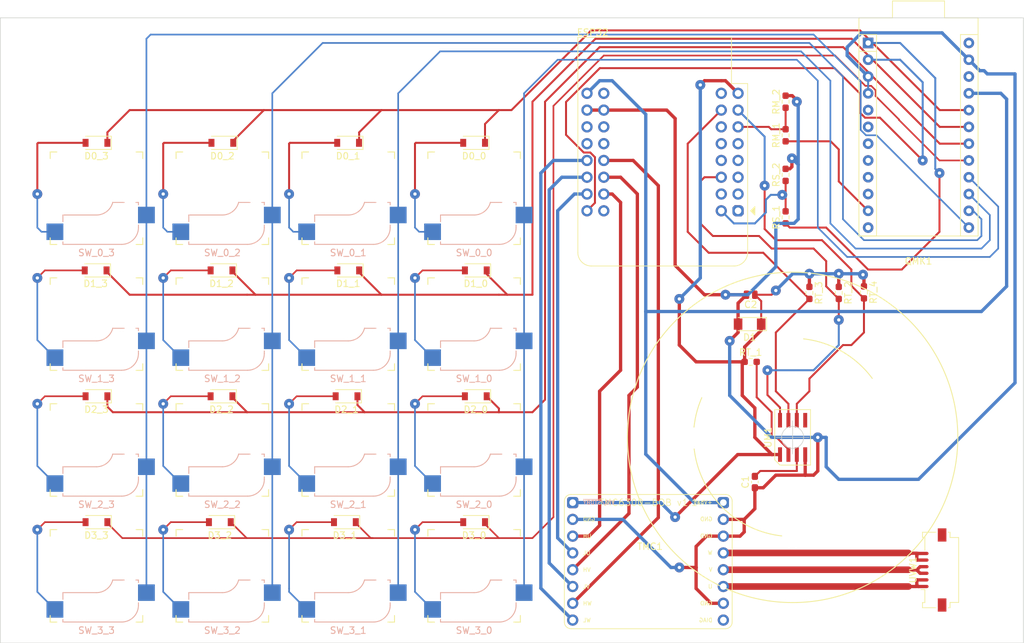
<source format=kicad_pcb>
(kicad_pcb (version 20211014) (generator pcbnew)
  (layers (0 "F.Cu" signal) (31 "B.Cu" signal) (34 "B.Paste" user) (35 "F.Paste" user) (36 "B.SilkS" user "B.Silkscreen") (37 "F.SilkS" user "F.Silkscreen") (38 "B.Mask" user) (39 "F.Mask" user) (44 "Edge.Cuts" user))
  (net 0 "")
  (net 1 "GND")
  (net 2 "Net-(C1-Pad2)")
  (net 3 "+3V3")
  (net 4 "/Row 1")
  (net 5 "Net-(D0_0-Pad2)")
  (net 6 "Net-(D0_1-Pad2)")
  (net 7 "Net-(D0_2-Pad2)")
  (net 8 "Net-(D0_3-Pad2)")
  (net 9 "/Row 2")
  (net 10 "Net-(D1_0-Pad2)")
  (net 11 "Net-(D1_1-Pad2)")
  (net 12 "Net-(D1_2-Pad2)")
  (net 13 "Net-(D1_3-Pad2)")
  (net 14 "/Row 3")
  (net 15 "Net-(D2_0-Pad2)")
  (net 16 "Net-(D2_1-Pad2)")
  (net 17 "Net-(D2_2-Pad2)")
  (net 18 "Net-(D2_3-Pad2)")
  (net 19 "/Row 4")
  (net 20 "Net-(D3_0-Pad2)")
  (net 21 "Net-(D3_1-Pad2)")
  (net 22 "Net-(D3_2-Pad2)")
  (net 23 "Net-(D3_3-Pad2)")
  (net 29 "Net-(ESP32-Pad6)")
  (net 30 "SDA")
  (net 31 "+5V")
  (net 34 "/WL_In")
  (net 35 "/VL_In")
  (net 36 "/UL_In")
  (net 37 "Net-(ESP32-Pad16)")
  (net 38 "Net-(ESP32-Pad17)")
  (net 40 "CSn")
  (net 44 "SCL")
  (net 49 "/WH_In")
  (net 50 "/VH_In")
  (net 51 "/UH_In")
  (net 53 "/Col 4")
  (net 54 "/Col 3")
  (net 55 "/Col 2")
  (net 56 "Net-(QMK1-Pad1)")
  (net 57 "/Col 1")
  (net 66 "Net-(QMK1-Pad11)")
  (net 68 "Net-(RT_1-Pad2)")
  (net 70 "/W_Out")
  (net 71 "/V_Out")
  (net 72 "/U_Out")
  (footprint "Diode_SMD:D_SOD-123" (layer "F.Cu") (at 116.507 91.821 180)
    (fp_text reference "D1_1")
    (fp_text value "1N4148")
  )
  (footprint "Resistor_SMD:R_0603_1608Metric_Pad0.98x0.95mm_HandSolder" (layer "F.Cu") (at 182.696075 77.3665 90)
    (fp_text reference "RS_2")
    (fp_text value "10k")
  )
  (footprint "MountingHole:MountingHole_3.2mm_M3" (layer "F.Cu") (at 215.2396 57.0484)
    (fp_text reference "MHole_3" hide)
    (fp_text value "M3")
  )
  (footprint "Capacitor_SMD:C_0603_1608Metric_Pad1.08x0.95mm_HandSolder" (layer "F.Cu") (at 178.04 123.8515 90)
    (fp_text reference "C1")
    (fp_text value "100nF")
  )
  (footprint "Diode_SMD:D_SOD-123" (layer "F.Cu") (at 135.809 110.871 180)
    (fp_text reference "D2_0")
    (fp_text value "1N4148")
  )
  (footprint "MountingHole:MountingHole_3.2mm_M3" (layer "F.Cu") (at 175.255035 117.09246)
    (fp_text reference "2208_4" hide)
    (fp_text value "M3")
  )
  (footprint "MountingHole:MountingHole_3.2mm_M3" (layer "F.Cu") (at 170.761963 109.596457)
    (fp_text reference "E6B2_1" hide)
    (fp_text value "M3")
  )
  (footprint "Resistor_SMD:R_0603_1608Metric_Pad0.98x0.95mm_HandSolder" (layer "F.Cu") (at 194.55 95.1465 -90)
    (fp_text reference "RT_4")
    (fp_text value "4k7")
  )
  (footprint "Diode_SMD:D_SOD-123" (layer "F.Cu") (at 116.4854 72.517 180)
    (fp_text reference "D0_1")
    (fp_text value "1N4148")
  )
  (footprint "Kailh Hotswap:Kailh_socket_MX" (layer "F.Cu") (at 135.555 80.899 180)
    (fp_text reference "SW_0_0")
    (fp_text value "SW_SPST")
  )
  (footprint "Capacitor_SMD:C_0504_1310Metric_Pad0.83x1.28mm_HandSolder" (layer "F.Cu") (at 177.405 95.504 180)
    (fp_text reference "C2")
    (fp_text value "1uF")
  )
  (footprint "Diode_SMD:D_SOD-123" (layer "F.Cu") (at 135.811 91.821 180)
    (fp_text reference "D1_0")
    (fp_text value "1N4148")
  )
  (footprint "Kailh Hotswap:Kailh_socket_MX" (layer "F.Cu") (at 116.505 118.999 180)
    (fp_text reference "SW_2_1")
    (fp_text value "SW_SPST")
  )
  (footprint "MountingHole:MountingHole_3.2mm_M3" (layer "F.Cu") (at 67.31 57.0484)
    (fp_text reference "MHole_1" hide)
    (fp_text value "M3")
  )
  (footprint "MountingHole:MountingHole_3.2mm_M3" (layer "F.Cu") (at 215.265 144.78)
    (fp_text reference "MHole_6" hide)
    (fp_text value "M3")
  )
  (footprint "MT6701:SOIC-8" (layer "F.Cu") (at 183.755035 117.09246)
    (fp_text reference "UM1")
    (fp_text value "MT6701")
  )
  (footprint "Kailh Hotswap:Kailh_socket_MX" (layer "F.Cu") (at 135.555 99.949 180)
    (fp_text reference "SW_1_0")
    (fp_text value "SW_SPST")
  )
  (footprint "Diode_SMD:D_SOD-123" (layer "F.Cu") (at 97.329 91.821 180)
    (fp_text reference "D1_2")
    (fp_text value "1N4148")
  )
  (footprint "Diode_SMD:D_SOD-123" (layer "F.Cu") (at 78.405 110.871 180)
    (fp_text reference "D2_3")
    (fp_text value "1N4148")
  )
  (footprint "Kailh Hotswap:Kailh_socket_MX" (layer "F.Cu") (at 135.555 138.049 180)
    (fp_text reference "SW_3_0")
    (fp_text value "SW_SPST")
  )
  (footprint "Kailh Hotswap:Kailh_socket_MX" (layer "F.Cu") (at 78.405 99.949 180)
    (fp_text reference "SW_1_3")
    (fp_text value "SW_SPST")
  )
  (footprint "Kailh Hotswap:Kailh_socket_MX" (layer "F.Cu") (at 97.455 99.949 180)
    (fp_text reference "SW_1_2")
    (fp_text value "SW_SPST")
  )
  (footprint "MountingHole:MountingHole_3.2mm_M3" (layer "F.Cu") (at 193.255035 117.09246)
    (fp_text reference "2208_2" hide)
    (fp_text value "M3")
  )
  (footprint "Resistor_SMD:R_0603_1608Metric_Pad0.98x0.95mm_HandSolder" (layer "F.Cu") (at 190.74 95.2265 -90)
    (fp_text reference "RT_2")
    (fp_text value "100k")
  )
  (footprint "MountingHole:MountingHole_3.2mm_M3" (layer "F.Cu") (at 183.755035 129.59246)
    (fp_text reference "3508_3" hide)
    (fp_text value "M3")
  )
  (footprint "MountingHole:MountingHole_3.2mm_M3" (layer "F.Cu") (at 168.755035 117.19246)
    (fp_text reference "6010_4" hide)
    (fp_text value "M3")
  )
  (footprint "Diode_SMD:D_MiniMELF" (layer "F.Cu") (at 177.25 99.949 180)
    (fp_text reference "D1")
    (fp_text value "ZMDxx")
  )
  (footprint "TMC6300_BOB:TMC6300_BOB" (layer "F.Cu") (at 162.165 136.144)
    (fp_text reference "TMC1")
    (fp_text value "TMC6300_BOB")
  )
  (footprint "Resistor_SMD:R_0603_1608Metric_Pad0.98x0.95mm_HandSolder" (layer "F.Cu") (at 182.696075 71.374 90)
    (fp_text reference "RM_1")
    (fp_text value "10k")
  )
  (footprint "Kailh Hotswap:Kailh_socket_MX" (layer "F.Cu") (at 78.405 80.899 180)
    (fp_text reference "SW_0_3")
    (fp_text value "SW_SPST")
  )
  (footprint "MountingHole:MountingHole_3.2mm_M3" (layer "F.Cu") (at 183.755035 125.09246)
    (fp_text reference "2208_3" hide)
    (fp_text value "M3")
  )
  (footprint "Kailh Hotswap:Kailh_socket_MX" (layer "F.Cu") (at 97.455 138.049 180)
    (fp_text reference "SW_3_2")
    (fp_text value "SW_SPST")
  )
  (footprint "Wemos S2 Mini:WEMOS_S2_mini" (layer "F.Cu") (at 175.5 82.804 180)
    (fp_text reference "ESP32")
    (fp_text value "WeMos_S2_mini")
  )
  (footprint "Kailh Hotswap:Kailh_socket_MX" (layer "F.Cu") (at 116.505 80.899 180)
    (fp_text reference "SW_0_1")
    (fp_text value "SW_SPST")
  )
  (footprint "Resistor_SMD:R_0603_1608Metric_Pad0.98x0.95mm_HandSolder" (layer "F.Cu") (at 186.295 95.2265 -90)
    (fp_text reference "RT_3")
    (fp_text value "4k7")
  )
  (footprint "Arduino Pro Micro:Sparkfun_Pro_Micro" (layer "F.Cu") (at 210.425 85.344 180)
    (fp_text reference "QMK1")
    (fp_text value "Sparkfun_Pro_Micro")
  )
  (footprint "Resistor_SMD:R_0603_1608Metric_Pad0.98x0.95mm_HandSolder" (layer "F.Cu") (at 177.405 105.664)
    (fp_text reference "RT_1")
    (fp_text value "100k")
  )
  (footprint "Diode_SMD:D_SOD-123" (layer "F.Cu") (at 78.405 72.517 180)
    (fp_text reference "D0_3")
    (fp_text value "1N4148")
  )
  (footprint "Resistor_SMD:R_0603_1608Metric_Pad0.98x0.95mm_HandSolder" (layer "F.Cu") (at 182.696075 83.7965 90)
    (fp_text reference "RS_1")
    (fp_text value "10k")
  )
  (footprint "MountingHole:MountingHole_3.2mm_M3" (layer "F.Cu") (at 183.755035 109.09246)
    (fp_text reference "2208_1" hide)
    (fp_text value "M3")
  )
  (footprint "Diode_SMD:D_SOD-123" (layer "F.Cu") (at 115.997 129.921 180)
    (fp_text reference "D3_1")
    (fp_text value "1N4148")
  )
  (footprint "MountingHole:MountingHole_3.2mm_M3" (layer "F.Cu") (at 196.794328 109.504002)
    (fp_text reference "E6B2_2" hide)
    (fp_text value "M3")
  )
  (footprint "Kailh Hotswap:Kailh_socket_MX" (layer "F.Cu") (at 116.505 138.049 180)
    (fp_text reference "SW_3_1")
    (fp_text value "SW_SPST")
  )
  (footprint "MountingHole:MountingHole_3.2mm_M3" (layer "F.Cu") (at 198.755035 117.09246)
    (fp_text reference "6010_2" hide)
    (fp_text value "M3")
  )
  (footprint "Kailh Hotswap:Kailh_socket_MX" (layer "F.Cu") (at 116.505 99.949 180)
    (fp_text reference "SW_1_1")
    (fp_text value "SW_SPST")
  )
  (footprint "MountingHole:MountingHole_3.2mm_M3" (layer "F.Cu") (at 196.255035 117.09246)
    (fp_text reference "3508_2" hide)
    (fp_text value "M3")
  )
  (footprint "Diode_SMD:D_SOD-123" (layer "F.Cu") (at 116.251 110.871 180)
    (fp_text reference "D2_1")
    (fp_text value "1N4148")
  )
  (footprint "Connector_FFC-FPC:Molex_200528-0060_1x06-1MP_P1.00mm_Horizontal" (layer "F.Cu") (at 204.585 137.16 90)
    (fp_text reference "UVW1")
    (fp_text value "FPC-6P")
  )
  (footprint "Diode_SMD:D_SOD-123" (layer "F.Cu") (at 97.327 110.871 180)
    (fp_text reference "D2_2")
    (fp_text value "1N4148")
  )
  (footprint "Kailh Hotswap:Kailh_socket_MX" (layer "F.Cu") (at 97.455 118.999 180)
    (fp_text reference "SW_2_2")
    (fp_text value "SW_SPST")
  )
  (footprint "MountingHole:MountingHole_3.2mm_M3" (layer "F.Cu") (at 183.755035 102.09246)
    (fp_text reference "6010_1" hide)
    (fp_text value "M3")
  )
  (footprint "Kailh Hotswap:Kailh_socket_MX" (layer "F.Cu") (at 78.405 118.999 180)
    (fp_text reference "SW_2_3")
    (fp_text value "SW_SPST")
  )
  (footprint "MountingHole:MountingHole_3.2mm_M3" (layer "F.Cu") (at 183.755035 104.59246)
    (fp_text reference "3508_1" hide)
    (fp_text value "M3")
  )
  (footprint "MountingHole:MountingHole_3.2mm_M3" (layer "F.Cu") (at 183.755035 132.09246)
    (fp_text reference "6010_3" hide)
    (fp_text value "M3")
  )
  (footprint "Diode_SMD:D_SOD-123" (layer "F.Cu") (at 78.405 129.921 180)
    (fp_text reference "D3_3")
    (fp_text value "1N4148")
  )
  (footprint "Diode_SMD:D_SOD-123" (layer "F.Cu") (at 135.555 129.921 180)
    (fp_text reference "D3_0")
    (fp_text value "1N4148")
  )
  (footprint "Kailh Hotswap:Kailh_socket_MX" (layer "F.Cu") (at 97.455 80.899 180)
    (fp_text reference "SW_0_2")
    (fp_text value "SW_SPST")
  )
  (footprint "MountingHole:MountingHole_3.2mm_M3" (layer "F.Cu") (at 67.31 144.78)
    (fp_text reference "MHole_4" hide)
    (fp_text value "M3")
  )
  (footprint "Diode_SMD:D_SOD-123" (layer "F.Cu") (at 97.455 72.517 180)
    (fp_text reference "D0_2")
    (fp_text value "1N4148")
  )
  (footprint "Diode_SMD:D_SOD-123" (layer "F.Cu") (at 78.279 91.821 180)
    (fp_text reference "D1_3")
    (fp_text value "1N4148")
  )
  (footprint "Resistor_SMD:R_0603_1608Metric_Pad0.98x0.95mm_HandSolder" (layer "F.Cu") (at 182.696075 66.294 90)
    (fp_text reference "RM_2")
    (fp_text value "10k")
  )
  (footprint "MountingHole:MountingHole_3.2mm_M3" (layer "F.Cu") (at 171.255035 117.09246)
    (fp_text reference "3508_4" hide)
    (fp_text value "M3")
  )
  (footprint "Diode_SMD:D_SOD-123" (layer "F.Cu") (at 97.073 129.921 180)
    (fp_text reference "D3_2")
    (fp_text value "1N4148")
  )
  (footprint "Diode_SMD:D_SOD-123" (layer "F.Cu") (at 135.555 72.517 180)
    (fp_text reference "D0_0")
    (fp_text value "1N4148")
  )
  (footprint "Kailh Hotswap:Kailh_socket_MX" (layer "F.Cu") (at 78.405 138.049 180)
    (fp_text reference "SW_3_3")
    (fp_text value "SW_SPST")
  )
  (footprint "Kailh Hotswap:Kailh_socket_MX" (layer "F.Cu") (at 135.555 118.999 180)
    (fp_text reference "SW_2_0")
    (fp_text value "SW_SPST")
  )
  (gr_arc (start 183.75504 102.092383) (mid 191.257121 104.103204) (end 196.747824 109.596546) (layer "F.SilkS") (width 0.15))
  (gr_circle (center 183.75504 117.092383) (end 183.75504 92.092383) (layer "F.SilkS") (width 0.15) (fill none))
  (gr_arc (start 183.75504 132.092383) (mid 170.765861 124.594464) (end 170.762256 109.596546) (layer "F.SilkS") (width 0.15))
  (gr_rect (start 63.8556 53.594) (end 218.68 148.209) (layer "Edge.Cuts") (width 0.1) (fill none))
  (target plus (at 183.755035 117.09246) (size 5) (width 0.1) (layer "Edge.Cuts"))
  (segment (start 152.64 67.564) (end 155.18 67.564) (width 0.5) (layer "F.Cu") (net 1))
  (segment (start 178.04 124.714) (end 179.31 124.714) (width 0.5) (layer "F.Cu") (net 1))
  (segment (start 185.660035 122.808965) (end 185.660035 119.69246) (width 0.5) (layer "F.Cu") (net 1))
  (segment (start 169.15 139.954) (end 171.397107 142.201107) (width 0.5) (layer "F.Cu") (net 1))
  (segment (start 169.15 136.779) (end 166.61 136.779) (width 0.5) (layer "F.Cu") (net 1))
  (segment (start 183.331075 65.3815) (end 183.688575 65.3815) (width 0.5) (layer "F.Cu") (net 1))
  (segment (start 170.712893 132.041107) (end 169.15 133.604) (width 0.5) (layer "F.Cu") (net 1))
  (segment (start 165.975 91.059) (end 170.42 95.504) (width 0.5) (layer "F.Cu") (net 1))
  (segment (start 183.648575 76.1365) (end 183.331075 76.454) (width 0.5) (layer "F.Cu") (net 1))
  (segment (start 186.93 122.809) (end 185.66 122.809) (width 0.5) (layer "F.Cu") (net 1))
  (segment (start 183.648575 74.8665) (end 183.648575 76.1365) (width 0.5) (layer "F.Cu") (net 1))
  (segment (start 187.565 117.094) (end 187.565 122.174) (width 0.5) (layer "F.Cu") (net 1))
  (segment (start 175.792893 132.041107) (end 173.272107 132.041107) (width 0.5) (layer "F.Cu") (net 1))
  (segment (start 165.975 68.834) (end 165.975 91.059) (width 0.5) (layer "F.Cu") (net 1))
  (segment (start 183.688575 65.3815) (end 184.601075 66.294) (width 0.5) (layer "F.Cu") (net 1))
  (segment (start 175.5 99.949) (end 175.5 101.219) (width 0.5) (layer "F.Cu") (net 1))
  (segment (start 175.5 96.7815) (end 176.7775 95.504) (width 0.5) (layer "F.Cu") (net 1))
  (segment (start 169.15 133.604) (end 169.15 136.779) (width 0.5) (layer "F.Cu") (net 1))
  (segment (start 181.215 122.809) (end 185.66 122.809) (width 0.5) (layer "F.Cu") (net 1))
  (segment (start 179.31 124.714) (end 181.215 122.809) (width 0.5) (layer "F.Cu") (net 1))
  (segment (start 173.272107 132.041107) (end 170.712893 132.041107) (width 0.5) (layer "F.Cu") (net 1))
  (segment (start 169.15 136.779) (end 169.15 139.954) (width 0.5) (layer "F.Cu") (net 1))
  (segment (start 178.04 127.889) (end 176.427893 129.501107) (width 0.5) (layer "F.Cu") (net 1))
  (segment (start 176.427893 129.501107) (end 173.272107 129.501107) (width 0.5) (layer "F.Cu") (net 1))
  (segment (start 164.705 67.564) (end 155.18 67.564) (width 0.5) (layer "F.Cu") (net 1))
  (segment (start 164.705 67.564) (end 165.975 68.834) (width 0.5) (layer "F.Cu") (net 1))
  (segment (start 171.397107 142.201107) (end 173.272107 142.201107) (width 0.5) (layer "F.Cu") (net 1))
  (segment (start 175.5 101.219) (end 174.23 102.489) (width 0.5) (layer "F.Cu") (net 1))
  (segment (start 178.04 124.714) (end 178.04 127.889) (width 0.5) (layer "F.Cu") (net 1))
  (segment (start 185.66 122.809) (end 185.660035 122.808965) (width 0.5) (layer "F.Cu") (net 1))
  (segment (start 174.865 95.504) (end 173.595 95.504) (width 0.5) (layer "F.Cu") (net 1))
  (segment (start 187.565 122.174) (end 186.93 122.809) (width 0.5) (layer "F.Cu") (net 1))
  (segment (start 170.42 95.504) (end 174.865 95.504) (width 0.5) (layer "F.Cu") (net 1))
  (segment (start 176.427893 131.406107) (end 175.792893 132.041107) (width 0.5) (layer "F.Cu") (net 1))
  (segment (start 176.427893 129.501107) (end 176.427893 131.406107) (width 0.5) (layer "F.Cu") (net 1))
  (segment (start 175.5 99.949) (end 175.5 96.7815) (width 0.5) (layer "F.Cu") (net 1))
  (segment (start 176.7775 95.504) (end 174.865 95.504) (width 0.5) (layer "F.Cu") (net 1))
  (via (at 174.23 102.489) (size 1.5) (drill 0.5) (layers "F.Cu" "B.Cu") (net 1))
  (via (at 166.61 136.779) (size 1.5) (drill 0.5) (layers "F.Cu" "B.Cu") (net 1))
  (via (at 183.648575 74.8665) (size 1.5) (drill 0.5) (layers "F.Cu" "B.Cu") (net 1))
  (via (at 187.565 117.094) (size 1.5) (drill 0.5) (layers "F.Cu" "B.Cu") (net 1))
  (via (at 173.595 95.504) (size 1.5) (drill 0.5) (layers "F.Cu" "B.Cu") (net 1))
  (via (at 184.39 66.294) (size 1.5) (drill 0.5) (layers "F.Cu" "B.Cu") (net 1))
  (segment (start 192.01 58.039) (end 192.01 59.309) (width 0.5) (layer "B.Cu") (net 1))
  (segment (start 184.601075 84.074) (end 184.601075 75.819) (width 0.5) (layer "B.Cu") (net 1))
  (segment (start 213.219 62.089) (end 212.725 61.595) (width 0.5) (layer "B.Cu") (net 1))
  (segment (start 183.966075 84.709) (end 184.601075 84.074) (width 0.5) (layer "B.Cu") (net 1))
  (segment (start 174.23 102.489) (end 174.23 110.744) (width 0.5) (layer "B.Cu") (net 1))
  (segment (start 176.982849 95.504) (end 181.215 91.271849) (width 0.5) (layer "B.Cu") (net 1))
  (segment (start 212.725 61.595) (end 212.076 61.595) (width 0.5) (layer "B.Cu") (net 1))
  (segment (start 180.58 117.094) (end 187.565 117.094) (width 0.5) (layer "B.Cu") (net 1))
  (segment (start 192.01 59.309) (end 195.185 62.484) (width 0.5) (layer "B.Cu") (net 1))
  (segment (start 181.215 91.271849) (end 181.215 84.709) (width 0.5) (layer "B.Cu") (net 1))
  (segment (start 217.41 62.089) (end 213.219 62.089) (width 0.5) (layer "B.Cu") (net 1))
  (segment (start 181.003924 84.709) (end 183.966075 84.709) (width 0.5) (layer "B.Cu") (net 1))
  (segment (start 184.601075 75.819) (end 183.648575 74.8665) (width 0.5) (layer "B.Cu") (net 1))
  (segment (start 206.375 55.88) (end 194.169 55.88) (width 0.5) (layer "B.Cu") (net 1))
  (segment (start 210.425 59.944) (end 206.375 55.894) (width 0.5) (layer "B.Cu") (net 1))
  (segment (start 165.34 136.779) (end 166.61 136.779) (width 0.5) (layer "B.Cu") (net 1))
  (segment (start 188.835 117.094) (end 188.835 121.539) (width 0.5) (layer "B.Cu") (net 1))
  (segment (start 206.375 55.894) (end 206.375 55.88) (width 0.5) (layer "B.Cu") (net 1))
  (segment (start 212.076 61.595) (end 210.425 59.944) (width 0.5) (layer "B.Cu") (net 1))
  (segment (start 187.565 117.094) (end 188.835 117.094) (width 0.5) (layer "B.Cu") (net 1))
  (segment (start 195.185 65.024) (end 195.185 62.484) (width 0.3) (layer "B.Cu") (net 1))
  (segment (start 188.835 121.539) (end 190.74 123.444) (width 0.5) (layer "B.Cu") (net 1))
  (segment (start 202.805 123.444) (end 217.41 108.839) (width 0.5) (layer "B.Cu") (net 1))
  (segment (start 158.062107 129.501107) (end 165.34 136.779) (width 0.5) (layer "B.Cu") (net 1))
  (segment (start 173.595 95.504) (end 176.982849 95.504) (width 0.5) (layer "B.Cu") (net 1))
  (segment (start 194.169 55.88) (end 192.01 58.039) (width 0.5) (layer "B.Cu") (net 1))
  (segment (start 176.135 112.649) (end 180.58 117.094) (width 0.5) (layer "B.Cu") (net 1))
  (segment (start 184.601075 75.819) (end 184.601075 66.294) (width 0.5) (layer "B.Cu") (net 1))
  (segment (start 174.23 110.744) (end 176.135 112.649) (width 0.5) (layer "B.Cu") (net 1))
  (segment (start 190.74 123.444) (end 202.805 123.444) (width 0.5) (layer "B.Cu") (net 1))
  (segment (start 150.472107 129.501107) (end 158.062107 129.501107) (width 0.5) (layer "B.Cu") (net 1))
  (segment (start 217.41 108.839) (end 217.41 62.089) (width 0.5) (layer "B.Cu") (net 1))
  (segment (start 184.39 122.174) (end 184.390035 122.173965) (width 0.3) (layer "F.Cu") (net 2))
  (segment (start 178.855 122.174) (end 184.39 122.174) (width 0.3) (layer "F.Cu") (net 2))
  (segment (start 184.390035 122.173965) (end 184.390035 119.69246) (width 0.3) (layer "F.Cu") (net 2))
  (segment (start 178.04 122.989) (end 178.855 122.174) (width 0.3) (layer "F.Cu") (net 2))
  (segment (start 176.135 106.0215) (end 176.4925 105.664) (width 0.5) (layer "F.Cu") (net 3))
  (segment (start 178.0325 95.504) (end 179 96.4715) (width 0.3) (layer "F.Cu") (net 3))
  (segment (start 180.58 95.504) (end 181.215 94.869) (width 0.3) (layer "F.Cu") (net 3))
  (segment (start 179 96.4715) (end 179 99.949) (width 0.3) (layer "F.Cu") (net 3))
  (segment (start 176.135 110.744) (end 176.135 106.0215) (width 0.5) (layer "F.Cu") (net 3))
  (segment (start 176.4925 103.4015) (end 179 100.894) (width 0.5) (layer "F.Cu") (net 3))
  (segment (start 166.61 103.124) (end 169.15 105.664) (width 0.5) (layer "F.Cu") (net 3))
  (segment (start 169.15 105.664) (end 176.4925 105.664) (width 0.5) (layer "F.Cu") (net 3))
  (segment (start 186.295 94.314) (end 186.295 92.329) (width 0.5) (layer "F.Cu") (net 3))
  (segment (start 194.55 94.234) (end 194.55 92.613928) (width 0.5) (layer "F.Cu") (net 3))
  (segment (start 175.5 65.024) (end 173.595 63.119) (width 0.5) (layer "F.Cu") (net 3))
  (segment (start 175.44154 119.69246) (end 180.63846 119.69246) (width 0.5) (layer "F.Cu") (net 3))
  (segment (start 176.4925 105.664) (end 176.4925 103.4015) (width 0.5) (layer "F.Cu") (net 3))
  (segment (start 173.595 63.119) (end 172.96 63.119) (width 0.5) (layer "F.Cu") (net 3))
  (segment (start 178.0325 95.504) (end 180.58 95.504) (width 0.3) (layer "F.Cu") (net 3))
  (segment (start 194.55 92.613928) (end 194.407536 92.471464) (width 0.5) (layer "F.Cu") (net 3))
  (segment (start 172.96 63.119) (end 170.42 63.119) (width 0.5) (layer "F.Cu") (net 3))
  (segment (start 170.42 63.119) (end 169.785 63.754) (width 0.5) (layer "F.Cu") (net 3))
  (segment (start 165.975 129.159) (end 175.44154 119.69246) (width 0.5) (layer "F.Cu") (net 3))
  (segment (start 178.04 117.094) (end 178.04 112.649) (width 0.5) (layer "F.Cu") (net 3))
  (segment (start 180.63846 119.69246) (end 178.04 117.094) (width 0.5) (layer "F.Cu") (net 3))
  (segment (start 190.74 94.314) (end 190.74 92.329) (width 0.5) (layer "F.Cu") (net 3))
  (segment (start 178.04 112.649) (end 176.135 110.744) (width 0.5) (layer "F.Cu") (net 3))
  (segment (start 179 100.894) (end 179 99.949) (width 0.5) (layer "F.Cu") (net 3))
  (segment (start 166.61 96.139) (end 166.61 103.124) (width 0.5) (layer "F.Cu") (net 3))
  (segment (start 181.850035 119.69246) (end 180.63846 119.69246) (width 0.5) (layer "F.Cu") (net 3))
  (via (at 166.61 96.139) (size 1.5) (drill 0.5) (layers "F.Cu" "B.Cu") (net 3))
  (via (at 190.74 92.329) (size 1.5) (drill 0.5) (layers "F.Cu" "B.Cu") (net 3))
  (via (at 194.407536 92.471464) (size 1.5) (drill 0.5) (layers "F.Cu" "B.Cu") (net 3))
  (via (at 165.975 129.159) (size 1.5) (drill 0.5) (layers "F.Cu" "B.Cu") (net 3))
  (via (at 186.295 92.329) (size 1.5) (drill 0.5) (layers "F.Cu" "B.Cu") (net 3))
  (via (at 181.215 94.869) (size 1.5) (drill 0.5) (layers "F.Cu" "B.Cu") (net 3))
  (via (at 169.785 63.754) (size 1.5) (drill 0.5) (layers "F.Cu" "B.Cu") (net 3))
  (segment (start 169.785 92.964) (end 166.61 96.139) (width 0.5) (layer "B.Cu") (net 3))
  (segment (start 194.407536 92.471464) (end 194.265072 92.329) (width 0.5) (layer "B.Cu") (net 3))
  (segment (start 150.472107 126.961107) (end 163.777107 126.961107) (width 0.5) (layer "B.Cu") (net 3))
  (segment (start 183.755 92.329) (end 181.215 94.869) (width 0.5) (layer "B.Cu") (net 3))
  (segment (start 186.295 92.329) (end 190.74 92.329) (width 0.5) (layer "B.Cu") (net 3))
  (segment (start 169.785 63.754) (end 169.785 92.964) (width 0.5) (layer "B.Cu") (net 3))
  (segment (start 194.265072 92.329) (end 190.74 92.329) (width 0.5) (layer "B.Cu") (net 3))
  (segment (start 186.295 92.329) (end 183.755 92.329) (width 0.5) (layer "B.Cu") (net 3))
  (segment (start 163.777107 126.961107) (end 165.975 129.159) (width 0.5) (layer "B.Cu") (net 3))
  (segment (start 141.21 67.564) (end 153.275 55.499) (width 0.3) (layer "F.Cu") (net 4))
  (segment (start 80.055 72.517) (end 80.055 70.934) (width 0.3) (layer "F.Cu") (net 4))
  (segment (start 206.019345 67.564) (end 210.425 67.564) (width 0.3) (layer "F.Cu") (net 4))
  (segment (start 153.275 55.499) (end 193.954345 55.499) (width 0.3) (layer "F.Cu") (net 4))
  (segment (start 121.525 67.564) (end 139.305 67.564) (width 0.3) (layer "F.Cu") (net 4))
  (segment (start 118.155 72.517) (end 118.155 70.934) (width 0.3) (layer "F.Cu") (net 4))
  (segment (start 139.305 67.564) (end 141.21 67.564) (width 0.3) (layer "F.Cu") (net 4))
  (segment (start 118.155 70.934) (end 121.525 67.564) (width 0.3) (layer "F.Cu") (net 4))
  (segment (start 99.105 72.204) (end 103.745 67.564) (width 0.3) (layer "F.Cu") (net 4))
  (segment (start 83.425 67.564) (end 103.745 67.564) (width 0.3) (layer "F.Cu") (net 4))
  (segment (start 103.745 67.564) (end 121.525 67.564) (width 0.3) (layer "F.Cu") (net 4))
  (segment (start 137.205 72.517) (end 137.205 69.664) (width 0.3) (layer "F.Cu") (net 4))
  (segment (start 80.055 70.934) (end 83.425 67.564) (width 0.3) (layer "F.Cu") (net 4))
  (segment (start 137.205 69.664) (end 139.305 67.564) (width 0.3) (layer "F.Cu") (net 4))
  (segment (start 193.954345 55.499) (end 206.019345 67.564) (width 0.3) (layer "F.Cu") (net 4))
  (segment (start 99.105 72.517) (end 99.105 72.204) (width 0.3) (layer "F.Cu") (net 4))
  (segment (start 126.605 72.644) (end 126.605 80.264) (width 0.3) (layer "F.Cu") (net 5))
  (segment (start 133.905 72.517) (end 126.732 72.517) (width 0.3) (layer "F.Cu") (net 5))
  (segment (start 126.732 72.517) (end 126.605 72.644) (width 0.3) (layer "F.Cu") (net 5))
  (via (at 126.605 80.264) (size 1.5) (drill 0.5) (layers "F.Cu" "B.Cu") (net 5))
  (segment (start 129.265 85.979) (end 127.24 85.979) (width 0.25) (layer "B.Cu") (net 5))
  (segment (start 126.605 85.344) (end 126.605 80.264) (width 0.25) (layer "B.Cu") (net 5))
  (segment (start 127.24 85.979) (end 126.605 85.344) (width 0.25) (layer "B.Cu") (net 5))
  (segment (start 114.855 72.517) (end 107.682 72.517) (width 0.3) (layer "F.Cu") (net 6))
  (segment (start 107.555 72.644) (end 107.555 80.264) (width 0.3) (layer "F.Cu") (net 6))
  (segment (start 107.682 72.517) (end 107.555 72.644) (width 0.3) (layer "F.Cu") (net 6))
  (via (at 107.555 80.264) (size 1.5) (drill 0.5) (layers "F.Cu" "B.Cu") (net 6))
  (segment (start 110.215 85.979) (end 108.19 85.979) (width 0.25) (layer "B.Cu") (net 6))
  (segment (start 108.19 85.979) (end 107.555 85.344) (width 0.25) (layer "B.Cu") (net 6))
  (segment (start 107.555 85.344) (end 107.555 80.264) (width 0.25) (layer "B.Cu") (net 6))
  (segment (start 88.632 72.517) (end 88.505 72.644) (width 0.3) (layer "F.Cu") (net 7))
  (segment (start 88.505 72.644) (end 88.505 80.264) (width 0.3) (layer "F.Cu") (net 7))
  (segment (start 95.805 72.517) (end 88.632 72.517) (width 0.3) (layer "F.Cu") (net 7))
  (via (at 88.505 80.264) (size 1.5) (drill 0.5) (layers "F.Cu" "B.Cu") (net 7))
  (segment (start 88.505 85.344) (end 88.505 80.264) (width 0.25) (layer "B.Cu") (net 7))
  (segment (start 89.14 85.979) (end 88.505 85.344) (width 0.25) (layer "B.Cu") (net 7))
  (segment (start 91.165 85.979) (end 89.14 85.979) (width 0.25) (layer "B.Cu") (net 7))
  (segment (start 69.455 72.644) (end 69.455 80.264) (width 0.3) (layer "F.Cu") (net 8))
  (segment (start 69.582 72.517) (end 69.455 72.644) (width 0.3) (layer "F.Cu") (net 8))
  (segment (start 76.755 72.517) (end 69.582 72.517) (width 0.3) (layer "F.Cu") (net 8))
  (via (at 69.455 80.264) (size 1.5) (drill 0.5) (layers "F.Cu" "B.Cu") (net 8))
  (segment (start 72.115 85.979) (end 70.09 85.979) (width 0.25) (layer "B.Cu") (net 8))
  (segment (start 70.09 85.979) (end 69.455 85.344) (width 0.25) (layer "B.Cu") (net 8))
  (segment (start 69.455 85.344) (end 69.455 80.264) (width 0.25) (layer "B.Cu") (net 8))
  (segment (start 192.684345 56.769) (end 206.019345 70.104) (width 0.3) (layer "F.Cu") (net 9))
  (segment (start 83.425 95.504) (end 101.205 95.504) (width 0.3) (layer "F.Cu") (net 9))
  (segment (start 140.575 95.504) (end 144.385 95.504) (width 0.3) (layer "F.Cu") (net 9))
  (segment (start 153.91 56.769) (end 192.684345 56.769) (width 0.3) (layer "F.Cu") (net 9))
  (segment (start 137.461 91.821) (end 137.461 92.39) (width 0.3) (layer "F.Cu") (net 9))
  (segment (start 101.205 95.504) (end 102.475 95.504) (width 0.3) (layer "F.Cu") (net 9))
  (segment (start 98.979 92.008) (end 102.475 95.504) (width 0.3) (layer "F.Cu") (net 9))
  (segment (start 137.461 92.39) (end 140.575 95.504) (width 0.3) (layer "F.Cu") (net 9))
  (segment (start 102.475 95.504) (end 121.525 95.504) (width 0.3) (layer "F.Cu") (net 9))
  (segment (start 118.157 92.136) (end 121.525 95.504) (width 0.3) (layer "F.Cu") (net 9))
  (segment (start 144.385 66.294) (end 153.91 56.769) (width 0.3) (layer "F.Cu") (net 9))
  (segment (start 98.979 91.821) (end 98.979 92.008) (width 0.3) (layer "F.Cu") (net 9))
  (segment (start 79.929 91.821) (end 79.929 92.008) (width 0.3) (layer "F.Cu") (net 9))
  (segment (start 144.385 95.504) (end 144.385 66.294) (width 0.3) (layer "F.Cu") (net 9))
  (segment (start 79.929 92.008) (end 83.425 95.504) (width 0.3) (layer "F.Cu") (net 9))
  (segment (start 121.525 95.504) (end 139.305 95.504) (width 0.3) (layer "F.Cu") (net 9))
  (segment (start 139.305 95.504) (end 140.575 95.504) (width 0.3) (layer "F.Cu") (net 9))
  (segment (start 206.019345 70.104) (end 210.425 70.104) (width 0.3) (layer "F.Cu") (net 9))
  (segment (start 118.157 91.821) (end 118.157 92.136) (width 0.3) (layer "F.Cu") (net 9))
  (segment (start 134.161 91.821) (end 127.748 91.821) (width 0.25) (layer "F.Cu") (net 10))
  (segment (start 127.748 91.821) (end 126.605 92.964) (width 0.25) (layer "F.Cu") (net 10))
  (via (at 126.605 92.964) (size 1.5) (drill 0.5) (layers "F.Cu" "B.Cu") (net 10))
  (segment (start 129.265 105.029) (end 126.605 102.369) (width 0.25) (layer "B.Cu") (net 10))
  (segment (start 126.605 102.369) (end 126.605 92.964) (width 0.25) (layer "B.Cu") (net 10))
  (segment (start 108.698 91.821) (end 107.555 92.964) (width 0.25) (layer "F.Cu") (net 11))
  (segment (start 114.857 91.821) (end 108.698 91.821) (width 0.25) (layer "F.Cu") (net 11))
  (via (at 107.555 92.964) (size 1.5) (drill 0.5) (layers "F.Cu" "B.Cu") (net 11))
  (segment (start 107.555 102.369) (end 107.555 92.964) (width 0.25) (layer "B.Cu") (net 11))
  (segment (start 110.215 105.029) (end 107.555 102.369) (width 0.25) (layer "B.Cu") (net 11))
  (segment (start 95.679 91.821) (end 89.648 91.821) (width 0.25) (layer "F.Cu") (net 12))
  (segment (start 89.648 91.821) (end 88.505 92.964) (width 0.25) (layer "F.Cu") (net 12))
  (via (at 88.505 92.964) (size 1.5) (drill 0.5) (layers "F.Cu" "B.Cu") (net 12))
  (segment (start 91.165 105.029) (end 88.505 102.369) (width 0.25) (layer "B.Cu") (net 12))
  (segment (start 88.505 102.369) (end 88.505 92.964) (width 0.25) (layer "B.Cu") (net 12))
  (segment (start 76.629 91.821) (end 70.598 91.821) (width 0.25) (layer "F.Cu") (net 13))
  (segment (start 70.598 91.821) (end 69.455 92.964) (width 0.25) (layer "F.Cu") (net 13))
  (via (at 69.455 92.964) (size 1.5) (drill 0.5) (layers "F.Cu" "B.Cu") (net 13))
  (segment (start 72.115 105.029) (end 69.455 102.369) (width 0.25) (layer "B.Cu") (net 13))
  (segment (start 69.455 102.369) (end 69.455 92.964) (width 0.25) (layer "B.Cu") (net 13))
  (segment (start 80.885 113.284) (end 101.205 113.284) (width 0.3) (layer "F.Cu") (net 14))
  (segment (start 191.414345 58.039) (end 206.019345 72.644) (width 0.3) (layer "F.Cu") (net 14))
  (segment (start 146.29 66.294) (end 154.545 58.039) (width 0.3) (layer "F.Cu") (net 14))
  (segment (start 80.055 112.454) (end 80.885 113.284) (width 0.3) (layer "F.Cu") (net 14))
  (segment (start 117.901 110.871) (end 117.901 112.2) (width 0.3) (layer "F.Cu") (net 14))
  (segment (start 117.901 112.2) (end 118.985 113.284) (width 0.3) (layer "F.Cu") (net 14))
  (segment (start 139.305 112.717) (end 139.305 113.284) (width 0.3) (layer "F.Cu") (net 14))
  (segment (start 144.385 113.284) (end 146.29 111.379) (width 0.3) (layer "F.Cu") (net 14))
  (segment (start 98.977 111.056) (end 101.205 113.284) (width 0.3) (layer "F.Cu") (net 14))
  (segment (start 206.019345 72.644) (end 210.425 72.644) (width 0.3) (layer "F.Cu") (net 14))
  (segment (start 101.205 113.284) (end 118.985 113.284) (width 0.3) (layer "F.Cu") (net 14))
  (segment (start 154.545 58.039) (end 191.414345 58.039) (width 0.3) (layer "F.Cu") (net 14))
  (segment (start 98.977 110.871) (end 98.977 111.056) (width 0.3) (layer "F.Cu") (net 14))
  (segment (start 139.305 113.284) (end 144.385 113.284) (width 0.3) (layer "F.Cu") (net 14))
  (segment (start 146.29 111.379) (end 146.29 66.294) (width 0.3) (layer "F.Cu") (net 14))
  (segment (start 118.985 113.284) (end 139.305 113.284) (width 0.3) (layer "F.Cu") (net 14))
  (segment (start 137.459 110.871) (end 139.305 112.717) (width 0.3) (layer "F.Cu") (net 14))
  (segment (start 80.055 110.871) (end 80.055 112.454) (width 0.3) (layer "F.Cu") (net 14))
  (segment (start 127.748 110.871) (end 126.605 112.014) (width 0.25) (layer "F.Cu") (net 15))
  (segment (start 134.159 110.871) (end 127.748 110.871) (width 0.25) (layer "F.Cu") (net 15))
  (via (at 126.605 112.014) (size 1.5) (drill 0.5) (layers "F.Cu" "B.Cu") (net 15))
  (segment (start 126.605 121.419) (end 126.605 112.014) (width 0.25) (layer "B.Cu") (net 15))
  (segment (start 129.265 124.079) (end 126.605 121.419) (width 0.25) (layer "B.Cu") (net 15))
  (segment (start 108.698 110.871) (end 107.555 112.014) (width 0.25) (layer "F.Cu") (net 16))
  (segment (start 114.601 110.871) (end 108.698 110.871) (width 0.25) (layer "F.Cu") (net 16))
  (via (at 107.555 112.014) (size 1.5) (drill 0.5) (layers "F.Cu" "B.Cu") (net 16))
  (segment (start 110.215 124.079) (end 107.555 121.419) (width 0.25) (layer "B.Cu") (net 16))
  (segment (start 107.555 121.419) (end 107.555 112.014) (width 0.25) (layer "B.Cu") (net 16))
  (segment (start 89.648 110.871) (end 88.505 112.014) (width 0.25) (layer "F.Cu") (net 17))
  (segment (start 95.677 110.871) (end 89.648 110.871) (width 0.25) (layer "F.Cu") (net 17))
  (via (at 88.505 112.014) (size 1.5) (drill 0.5) (layers "F.Cu" "B.Cu") (net 17))
  (segment (start 88.505 121.419) (end 88.505 112.014) (width 0.25) (layer "B.Cu") (net 17))
  (segment (start 91.165 124.079) (end 88.505 121.419) (width 0.25) (layer "B.Cu") (net 17))
  (segment (start 70.598 110.871) (end 69.455 112.014) (width 0.25) (layer "F.Cu") (net 18))
  (segment (start 76.755 110.871) (end 70.598 110.871) (width 0.25) (layer "F.Cu") (net 18))
  (via (at 69.455 112.014) (size 1.5) (drill 0.5) (layers "F.Cu" "B.Cu") (net 18))
  (segment (start 72.115 124.079) (end 69.455 121.419) (width 0.25) (layer "B.Cu") (net 18))
  (segment (start 69.455 121.419) (end 69.455 112.014) (width 0.25) (layer "B.Cu") (net 18))
  (segment (start 117.647 130.071) (end 119.91 132.334) (width 0.25) (layer "F.Cu") (net 19))
  (segment (start 199.850189 68.979489) (end 199.850189 69.054189) (width 0.25) (layer "F.Cu") (net 19))
  (segment (start 117.647 129.921) (end 117.647 130.071) (width 0.25) (layer "F.Cu") (net 19))
  (segment (start 155.18 59.309) (end 190.1797 59.309) (width 0.25) (layer "F.Cu") (net 19))
  (segment (start 147.56 66.929) (end 155.18 59.309) (width 0.25) (layer "F.Cu") (net 19))
  (segment (start 147.56 129.159) (end 147.56 66.929) (width 0.25) (layer "F.Cu") (net 19))
  (segment (start 196.309511 65.438811) (end 199.850189 68.979489) (width 0.25) (layer "F.Cu") (net 19))
  (segment (start 101.136 132.334) (end 120.255 132.334) (width 0.25) (layer "F.Cu") (net 19))
  (segment (start 196.309511 64.558211) (end 196.309511 65.438811) (width 0.25) (layer "F.Cu") (net 19))
  (segment (start 205.98 75.184) (end 210.425 75.184) (width 0.25) (layer "F.Cu") (net 19))
  (segment (start 195.650789 63.899489) (end 196.309511 64.558211) (width 0.25) (layer "F.Cu") (net 19))
  (segment (start 139.305 132.334) (end 144.385 132.334) (width 0.25) (layer "F.Cu") (net 19))
  (segment (start 137.205 130.234) (end 139.305 132.334) (width 0.25) (layer "F.Cu") (net 19))
  (segment (start 137.205 129.921) (end 137.205 130.234) (width 0.25) (layer "F.Cu") (net 19))
  (segment (start 199.850189 69.054189) (end 205.98 75.184) (width 0.25) (layer "F.Cu") (net 19))
  (segment (start 119.91 132.334) (end 139.305 132.334) (width 0.25) (layer "F.Cu") (net 19))
  (segment (start 82.318 132.334) (end 101.136 132.334) (width 0.25) (layer "F.Cu") (net 19))
  (segment (start 80.055 130.071) (end 82.318 132.334) (width 0.25) (layer "F.Cu") (net 19))
  (segment (start 80.055 129.921) (end 80.055 130.071) (width 0.25) (layer "F.Cu") (net 19))
  (segment (start 194.770189 63.899489) (end 195.650789 63.899489) (width 0.25) (layer "F.Cu") (net 19))
  (segment (start 144.385 132.334) (end 147.56 129.159) (width 0.25) (layer "F.Cu") (net 19))
  (segment (start 190.1797 59.309) (end 194.770189 63.899489) (width 0.25) (layer "F.Cu") (net 19))
  (segment (start 98.723 129.921) (end 101.136 132.334) (width 0.25) (layer "F.Cu") (net 19))
  (segment (start 133.905 129.921) (end 127.748 129.921) (width 0.25) (layer "F.Cu") (net 20))
  (segment (start 127.748 129.921) (end 126.605 131.064) (width 0.25) (layer "F.Cu") (net 20))
  (via (at 126.605 131.064) (size 1.5) (drill 0.5) (layers "F.Cu" "B.Cu") (net 20))
  (segment (start 129.265 143.129) (end 126.605 140.469) (width 0.25) (layer "B.Cu") (net 20))
  (segment (start 126.605 140.469) (end 126.605 131.064) (width 0.25) (layer "B.Cu") (net 20))
  (segment (start 108.698 129.921) (end 107.555 131.064) (width 0.25) (layer "F.Cu") (net 21))
  (segment (start 114.347 129.921) (end 108.698 129.921) (width 0.25) (layer "F.Cu") (net 21))
  (via (at 107.555 131.064) (size 1.5) (drill 0.5) (layers "F.Cu" "B.Cu") (net 21))
  (segment (start 107.555 140.469) (end 107.555 139.954) (width 0.25) (layer "B.Cu") (net 21))
  (segment (start 107.555 139.954) (end 107.555 131.064) (width 0.25) (layer "B.Cu") (net 21))
  (segment (start 110.215 143.129) (end 107.555 140.469) (width 0.25) (layer "B.Cu") (net 21))
  (segment (start 89.648 129.921) (end 88.505 131.064) (width 0.25) (layer "F.Cu") (net 22))
  (segment (start 95.423 129.921) (end 89.648 129.921) (width 0.25) (layer "F.Cu") (net 22))
  (via (at 88.505 131.064) (size 1.5) (drill 0.5) (layers "F.Cu" "B.Cu") (net 22))
  (segment (start 91.165 143.129) (end 88.505 140.469) (width 0.25) (layer "B.Cu") (net 22))
  (segment (start 88.505 140.469) (end 88.505 131.064) (width 0.25) (layer "B.Cu") (net 22))
  (segment (start 76.755 129.921) (end 70.598 129.921) (width 0.25) (layer "F.Cu") (net 23))
  (segment (start 70.598 129.921) (end 69.455 131.064) (width 0.25) (layer "F.Cu") (net 23))
  (via (at 69.455 131.064) (size 1.5) (drill 0.5) (layers "F.Cu" "B.Cu") (net 23))
  (segment (start 69.455 140.469) (end 69.455 131.064) (width 0.25) (layer "B.Cu") (net 23))
  (segment (start 72.115 143.129) (end 69.455 140.469) (width 0.25) (layer "B.Cu") (net 23))
  (segment (start 182.696075 67.2065) (end 182.696075 70.4615) (width 0.3) (layer "F.Cu") (net 29))
  (segment (start 180.513575 70.4615) (end 180.156075 70.104) (width 0.3) (layer "F.Cu") (net 29))
  (segment (start 180.156075 70.104) (end 175.5 70.104) (width 0.3) (layer "F.Cu") (net 29))
  (segment (start 180.513575 70.4615) (end 182.696075 70.4615) (width 0.3) (layer "F.Cu") (net 29))
  (segment (start 192.645 103.124) (end 194.55 101.219) (width 0.3) (layer "F.Cu") (net 30))
  (segment (start 188.2 87.249) (end 181.215 87.249) (width 0.3) (layer "F.Cu") (net 30))
  (segment (start 192.645 94.154) (end 192.645 91.694) (width 0.3) (layer "F.Cu") (net 30))
  (segment (start 181.215 87.249) (end 179.521075 85.555075) (width 0.3) (layer "F.Cu") (net 30))
  (segment (start 179.521075 85.555075) (end 179.521075 78.994) (width 0.3) (layer "F.Cu") (net 30))
  (segment (start 192.645 91.694) (end 188.2 87.249) (width 0.3) (layer "F.Cu") (net 30))
  (segment (start 194.55 96.059) (end 192.645 94.154) (width 0.3) (layer "F.Cu") (net 30))
  (segment (start 194.55 101.219) (end 194.55 96.059) (width 0.3) (layer "F.Cu") (net 30))
  (segment (start 184.390035 112.013965) (end 186.295 110.109) (width 0.3) (layer "F.Cu") (net 30))
  (segment (start 186.295 108.204) (end 191.375 103.124) (width 0.3) (layer "F.Cu") (net 30))
  (segment (start 184.390035 114.49246) (end 184.390035 112.013965) (width 0.3) (layer "F.Cu") (net 30))
  (segment (start 186.295 110.109) (end 186.295 108.204) (width 0.3) (layer "F.Cu") (net 30))
  (segment (start 191.375 103.124) (end 192.645 103.124) (width 0.3) (layer "F.Cu") (net 30))
  (via (at 179.521075 78.994) (size 1.5) (drill 0.5) (layers "F.Cu" "B.Cu") (net 30))
  (segment (start 179.521075 78.994) (end 179.521075 71.585075) (width 0.3) (layer "B.Cu") (net 30))
  (segment (start 179.521075 71.585075) (end 175.5 67.564) (width 0.3) (layer "B.Cu") (net 30))
  (segment (start 210.425 65.024) (end 215.265 65.024) (width 0.5) (layer "B.Cu") (net 31))
  (segment (start 161.53 68.199) (end 156.45 63.119) (width 0.5) (layer "B.Cu") (net 31))
  (segment (start 168.857107 126.961107) (end 173.272107 126.961107) (width 0.5) (layer "B.Cu") (net 31))
  (segment (start 154.545 63.119) (end 152.64 65.024) (width 0.5) (layer "B.Cu") (net 31))
  (segment (start 212.33 98.044) (end 161.53 98.044) (width 0.5) (layer "B.Cu") (net 31))
  (segment (start 216.14 65.899) (end 216.14 94.234) (width 0.5) (layer "B.Cu") (net 31))
  (segment (start 161.53 119.634) (end 168.857107 126.961107) (width 0.5) (layer "B.Cu") (net 31))
  (segment (start 161.53 98.044) (end 161.53 119.634) (width 0.5) (layer "B.Cu") (net 31))
  (segment (start 161.53 98.044) (end 161.53 68.199) (width 0.5) (layer "B.Cu") (net 31))
  (segment (start 216.14 94.234) (end 212.33 98.044) (width 0.5) (layer "B.Cu") (net 31))
  (segment (start 156.45 63.119) (end 154.545 63.119) (width 0.5) (layer "B.Cu") (net 31))
  (segment (start 215.265 65.024) (end 216.14 65.899) (width 0.5) (layer "B.Cu") (net 31))
  (segment (start 145.655 139.924) (end 145.655 77.089) (width 0.5) (layer "B.Cu") (net 34))
  (segment (start 150.472107 144.741107) (end 145.655 139.924) (width 0.5) (layer "B.Cu") (net 34))
  (segment (start 145.655 77.089) (end 147.56 75.184) (width 0.5) (layer "B.Cu") (net 34))
  (segment (start 147.56 75.184) (end 152.64 75.184) (width 0.5) (layer "B.Cu") (net 34))
  (segment (start 148.83 77.724) (end 152.64 77.724) (width 0.5) (layer "B.Cu") (net 35))
  (segment (start 150.472107 139.661107) (end 146.925 136.114) (width 0.5) (layer "B.Cu") (net 35))
  (segment (start 146.925 136.114) (end 146.925 79.629) (width 0.5) (layer "B.Cu") (net 35))
  (segment (start 146.925 79.629) (end 148.83 77.724) (width 0.5) (layer "B.Cu") (net 35))
  (segment (start 150.472107 134.581107) (end 148.195 132.304) (width 0.5) (layer "B.Cu") (net 36))
  (segment (start 148.195 82.804) (end 150.735 80.264) (width 0.5) (layer "B.Cu") (net 36))
  (segment (start 150.735 80.264) (end 152.64 80.264) (width 0.5) (layer "B.Cu") (net 36))
  (segment (start 148.195 132.304) (end 148.195 82.804) (width 0.5) (layer "B.Cu") (net 36))
  (segment (start 152.143145 73.984489) (end 153.136855 73.984489) (width 0.3) (layer "F.Cu") (net 37))
  (segment (start 194.708856 68.713511) (end 194.035489 68.040144) (width 0.3) (layer "F.Cu") (net 37))
  (segment (start 153.136855 73.984489) (end 153.839511 74.687145) (width 0.3) (layer "F.Cu") (net 37))
  (segment (start 190.105 61.214) (end 154.581072 61.214) (width 0.3) (layer "F.Cu") (net 37))
  (segment (start 194.035489 68.040144) (end 194.035489 65.144489) (width 0.3) (layer "F.Cu") (net 37))
  (segment (start 153.839511 74.687145) (end 153.839511 81.604489) (width 0.3) (layer "F.Cu") (net 37))
  (segment (start 153.839511 81.604489) (end 152.64 82.804) (width 0.3) (layer "F.Cu") (net 37))
  (segment (start 149.465 71.306344) (end 152.143145 73.984489) (width 0.3) (layer "F.Cu") (net 37))
  (segment (start 196.969511 68.713511) (end 194.708856 68.713511) (width 0.3) (layer "F.Cu") (net 37))
  (segment (start 149.465 66.330072) (end 149.465 71.306344) (width 0.3) (layer "F.Cu") (net 37))
  (segment (start 194.035489 65.144489) (end 190.105 61.214) (width 0.3) (layer "F.Cu") (net 37))
  (segment (start 154.581072 61.214) (end 149.465 66.330072) (width 0.3) (layer "F.Cu") (net 37))
  (segment (start 203.44 75.184) (end 196.969511 68.713511) (width 0.3) (layer "F.Cu") (net 37))
  (via (at 203.44 75.184) (size 1.5) (drill 0.5) (layers "F.Cu" "B.Cu") (net 37))
  (segment (start 200.025 59.944) (end 195.185 59.944) (width 0.3) (layer "B.Cu") (net 37))
  (segment (start 203.44 75.184) (end 203.44 63.359) (width 0.3) (layer "B.Cu") (net 37))
  (segment (start 203.44 63.359) (end 200.025 59.944) (width 0.3) (layer "B.Cu") (net 37))
  (segment (start 182.186555 80.38948) (end 182.696075 80.899) (width 0.3) (layer "F.Cu") (net 38))
  (segment (start 182.696075 79.87996) (end 182.186555 80.38948) (width 0.3) (layer "F.Cu") (net 38))
  (segment (start 182.696075 80.899) (end 182.696075 82.884) (width 0.3) (layer "F.Cu") (net 38))
  (segment (start 182.696075 78.279) (end 182.696075 79.87996) (width 0.3) (layer "F.Cu") (net 38))
  (via (at 182.186555 80.38948) (size 1.5) (drill 0.5) (layers "F.Cu" "B.Cu") (net 38))
  (segment (start 180.45452 80.38948) (end 182.186555 80.38948) (width 0.3) (layer "B.Cu") (net 38))
  (segment (start 179.705 81.139) (end 180.45452 80.38948) (width 0.3) (layer "B.Cu") (net 38))
  (segment (start 172.96 82.804) (end 174.865 84.709) (width 0.3) (layer "B.Cu") (net 38))
  (segment (start 178.04 84.709) (end 179.705 83.044) (width 0.3) (layer "B.Cu") (net 38))
  (segment (start 174.865 84.709) (end 178.04 84.709) (width 0.3) (layer "B.Cu") (net 38))
  (segment (start 179.705 83.044) (end 179.705 81.139) (width 0.3) (layer "B.Cu") (net 38))
  (segment (start 186.93 88.519) (end 188.835 90.424) (width 0.3) (layer "F.Cu") (net 40))
  (segment (start 188.835 90.424) (end 188.835 94.234) (width 0.3) (layer "F.Cu") (net 40))
  (segment (start 179.945 110.672572) (end 181.850035 112.577607) (width 0.3) (layer "F.Cu") (net 40))
  (segment (start 180.58 88.519) (end 186.93 88.519) (width 0.3) (layer "F.Cu") (net 40))
  (segment (start 176.135 86.614) (end 178.675 86.614) (width 0.3) (layer "F.Cu") (net 40))
  (segment (start 188.835 94.234) (end 190.74 96.139) (width 0.3) (layer "F.Cu") (net 40))
  (segment (start 171.69 86.614) (end 176.135 86.614) (width 0.3) (layer "F.Cu") (net 40))
  (segment (start 169.785 84.709) (end 170.42 85.344) (width 0.3) (layer "F.Cu") (net 40))
  (segment (start 181.850035 112.577607) (end 181.850035 114.49246) (width 0.3) (layer "F.Cu") (net 40))
  (segment (start 169.785 78.359) (end 169.785 84.709) (width 0.3) (layer "F.Cu") (net 40))
  (segment (start 179.945 106.934) (end 179.945 110.672572) (width 0.3) (layer "F.Cu") (net 40))
  (segment (start 170.42 77.724) (end 169.785 78.359) (width 0.3) (layer "F.Cu") (net 40))
  (segment (start 178.675 86.614) (end 180.58 88.519) (width 0.3) (layer "F.Cu") (net 40))
  (segment (start 190.74 96.139) (end 190.74 99.314) (width 0.3) (layer "F.Cu") (net 40))
  (segment (start 170.42 85.344) (end 171.69 86.614) (width 0.3) (layer "F.Cu") (net 40))
  (segment (start 172.96 77.724) (end 170.42 77.724) (width 0.3) (layer "F.Cu") (net 40))
  (via (at 179.945 106.934) (size 1.5) (drill 0.5) (layers "F.Cu" "B.Cu") (net 40))
  (via (at 190.74 99.314) (size 1.5) (drill 0.5) (layers "F.Cu" "B.Cu") (net 40))
  (segment (start 190.74 99.314) (end 190.74 103.124) (width 0.3) (layer "B.Cu") (net 40))
  (segment (start 186.93 106.934) (end 179.945 106.934) (width 0.3) (layer "B.Cu") (net 40))
  (segment (start 190.74 103.124) (end 186.93 106.934) (width 0.3) (layer "B.Cu") (net 40))
  (segment (start 186.295 96.139) (end 181.215 101.219) (width 0.3) (layer "F.Cu") (net 44))
  (segment (start 181.215 110.109) (end 183.120035 112.014035) (width 0.3) (layer "F.Cu") (net 44))
  (segment (start 179.31 89.154) (end 171.055 89.154) (width 0.3) (layer "F.Cu") (net 44))
  (segment (start 167.88 85.979) (end 167.88 72.644) (width 0.3) (layer "F.Cu") (net 44))
  (segment (start 171.055 89.154) (end 167.88 85.979) (width 0.3) (layer "F.Cu") (net 44))
  (segment (start 183.120035 112.014035) (end 183.120035 114.49246) (width 0.3) (layer "F.Cu") (net 44))
  (segment (start 186.295 96.139) (end 179.31 89.154) (width 0.3) (layer "F.Cu") (net 44))
  (segment (start 167.88 72.644) (end 172.96 67.564) (width 0.3) (layer "F.Cu") (net 44))
  (segment (start 181.215 101.219) (end 181.215 110.109) (width 0.3) (layer "F.Cu") (net 44))
  (segment (start 163.435 129.238214) (end 163.435 78.994) (width 0.5) (layer "F.Cu") (net 49))
  (segment (start 150.472107 142.201107) (end 163.435 129.238214) (width 0.5) (layer "F.Cu") (net 49))
  (segment (start 159.625 75.184) (end 155.18 75.184) (width 0.5) (layer "F.Cu") (net 49))
  (segment (start 163.435 78.994) (end 159.625 75.184) (width 0.5) (layer "F.Cu") (net 49))
  (segment (start 158.99 110.744) (end 160.26 109.474) (width 0.5) (layer "F.Cu") (net 50))
  (segment (start 150.472107 137.121107) (end 158.99 128.603214) (width 0.5) (layer "F.Cu") (net 50))
  (segment (start 157.72 77.724) (end 155.18 77.724) (width 0.5) (layer "F.Cu") (net 50))
  (segment (start 158.99 128.603214) (end 158.99 110.744) (width 0.5) (layer "F.Cu") (net 50))
  (segment (start 160.26 80.264) (end 157.72 77.724) (width 0.5) (layer "F.Cu") (net 50))
  (segment (start 160.26 109.474) (end 160.26 80.264) (width 0.5) (layer "F.Cu") (net 50))
  (segment (start 156.45 80.264) (end 155.18 80.264) (width 0.5) (layer "F.Cu") (net 51))
  (segment (start 152.932893 132.041107) (end 154.545 130.429) (width 0.5) (layer "F.Cu") (net 51))
  (segment (start 154.545 110.109) (end 157.72 106.934) (width 0.5) (layer "F.Cu") (net 51))
  (segment (start 157.72 106.934) (end 157.72 81.534) (width 0.5) (layer "F.Cu") (net 51))
  (segment (start 157.72 81.534) (end 156.45 80.264) (width 0.5) (layer "F.Cu") (net 51))
  (segment (start 150.472107 132.041107) (end 152.932893 132.041107) (width 0.5) (layer "F.Cu") (net 51))
  (segment (start 154.545 130.429) (end 154.545 110.109) (width 0.5) (layer "F.Cu") (net 51))
  (segment (start 186.93 56.134) (end 194.060489 63.264489) (width 0.25) (layer "B.Cu") (net 53))
  (segment (start 85.965 56.769) (end 86.6 56.134) (width 0.25) (layer "B.Cu") (net 53))
  (segment (start 86.6 56.134) (end 186.93 56.134) (width 0.25) (layer "B.Cu") (net 53))
  (segment (start 194.8647 71.374) (end 196.455 71.374) (width 0.25) (layer "B.Cu") (net 53))
  (segment (start 85.965 102.489) (end 85.965 83.439) (width 0.25) (layer "B.Cu") (net 53))
  (segment (start 85.965 121.539) (end 85.965 102.489) (width 0.25) (layer "B.Cu") (net 53))
  (segment (start 194.060489 63.264489) (end 194.060489 70.569789) (width 0.25) (layer "B.Cu") (net 53))
  (segment (start 196.455 71.374) (end 210.425 85.344) (width 0.25) (layer "B.Cu") (net 53))
  (segment (start 85.965 83.439) (end 85.965 56.769) (width 0.25) (layer "B.Cu") (net 53))
  (segment (start 194.060489 70.569789) (end 194.8647 71.374) (width 0.25) (layer "B.Cu") (net 53))
  (segment (start 85.965 140.589) (end 85.965 121.539) (width 0.25) (layer "B.Cu") (net 53))
  (segment (start 105.015 121.539) (end 105.015 102.489) (width 0.25) (layer "B.Cu") (net 54))
  (segment (start 194.55 87.249) (end 211.695 87.249) (width 0.25) (layer "B.Cu") (net 54))
  (segment (start 212.33 84.074) (end 211.06 82.804) (width 0.25) (layer "B.Cu") (net 54))
  (segment (start 191.375 62.484) (end 191.375 84.074) (width 0.25) (layer "B.Cu") (net 54))
  (segment (start 191.375 84.074) (end 194.55 87.249) (width 0.25) (layer "B.Cu") (net 54))
  (segment (start 105.015 102.489) (end 105.015 83.439) (width 0.25) (layer "B.Cu") (net 54))
  (segment (start 186.295 57.404) (end 191.375 62.484) (width 0.25) (layer "B.Cu") (net 54))
  (segment (start 212.33 86.614) (end 212.33 84.074) (width 0.25) (layer "B.Cu") (net 54))
  (segment (start 211.695 87.249) (end 212.33 86.614) (width 0.25) (layer "B.Cu") (net 54))
  (segment (start 105.015 83.439) (end 105.015 65.024) (width 0.25) (layer "B.Cu") (net 54))
  (segment (start 105.015 65.024) (end 112.635 57.404) (width 0.25) (layer "B.Cu") (net 54))
  (segment (start 105.015 140.589) (end 105.015 121.539) (width 0.25) (layer "B.Cu") (net 54))
  (segment (start 112.635 57.404) (end 186.295 57.404) (width 0.25) (layer "B.Cu") (net 54))
  (segment (start 211.06 82.804) (end 210.425 82.804) (width 0.25) (layer "B.Cu") (net 54))
  (segment (start 213.6 83.439) (end 210.425 80.264) (width 0.25) (layer "B.Cu") (net 55))
  (segment (start 193.28 88.519) (end 212.33 88.519) (width 0.25) (layer "B.Cu") (net 55))
  (segment (start 130.415 58.674) (end 185.025 58.674) (width 0.25) (layer "B.Cu") (net 55))
  (segment (start 185.025 58.674) (end 189.47 63.119) (width 0.25) (layer "B.Cu") (net 55))
  (segment (start 124.065 83.439) (end 124.065 65.024) (width 0.25) (layer "B.Cu") (net 55))
  (segment (start 124.065 65.024) (end 130.415 58.674) (width 0.25) (layer "B.Cu") (net 55))
  (segment (start 124.065 102.489) (end 124.065 83.439) (width 0.25) (layer "B.Cu") (net 55))
  (segment (start 189.47 63.119) (end 189.47 84.709) (width 0.25) (layer "B.Cu") (net 55))
  (segment (start 189.47 84.709) (end 193.28 88.519) (width 0.25) (layer "B.Cu") (net 55))
  (segment (start 124.065 121.539) (end 124.065 102.489) (width 0.25) (layer "B.Cu") (net 55))
  (segment (start 213.6 87.249) (end 213.6 83.439) (width 0.25) (layer "B.Cu") (net 55))
  (segment (start 212.33 88.519) (end 213.6 87.249) (width 0.25) (layer "B.Cu") (net 55))
  (segment (start 124.065 140.589) (end 124.065 121.539) (width 0.25) (layer "B.Cu") (net 55))
  (segment (start 195.185 91.694) (end 188.835 85.344) (width 0.3) (layer "F.Cu") (net 56))
  (segment (start 200.265 91.694) (end 195.185 91.694) (width 0.3) (layer "F.Cu") (net 56))
  (segment (start 183.331075 85.344) (end 182.696075 84.709) (width 0.3) (layer "F.Cu") (net 56))
  (segment (start 205.98 77.089) (end 205.98 85.979) (width 0.3) (layer "F.Cu") (net 56))
  (segment (start 205.98 85.979) (end 200.265 91.694) (width 0.3) (layer "F.Cu") (net 56))
  (segment (start 188.835 85.344) (end 183.331075 85.344) (width 0.3) (layer "F.Cu") (net 56))
  (via (at 205.98 77.089) (size 1.5) (drill 0.5) (layers "F.Cu" "B.Cu") (net 56))
  (segment (start 205.345 62.724) (end 200.025 57.404) (width 0.3) (layer "B.Cu") (net 56))
  (segment (start 205.98 77.089) (end 205.345 76.454) (width 0.3) (layer "B.Cu") (net 56))
  (segment (start 200.025 57.404) (end 195.185 57.404) (width 0.3) (layer "B.Cu") (net 56))
  (segment (start 205.345 76.454) (end 205.345 62.724) (width 0.3) (layer "B.Cu") (net 56))
  (segment (start 213.6 89.789) (end 214.87 88.519) (width 0.25) (layer "B.Cu") (net 57))
  (segment (start 192.01 89.789) (end 213.6 89.789) (width 0.25) (layer "B.Cu") (net 57))
  (segment (start 187.565 63.119) (end 187.565 85.344) (width 0.25) (layer "B.Cu") (net 57))
  (segment (start 214.87 82.169) (end 210.425 77.724) (width 0.25) (layer "B.Cu") (net 57))
  (segment (start 148.195 59.944) (end 184.39 59.944) (width 0.25) (layer "B.Cu") (net 57))
  (segment (start 143.115 121.539) (end 143.115 102.489) (width 0.25) (layer "B.Cu") (net 57))
  (segment (start 184.39 59.944) (end 187.565 63.119) (width 0.25) (layer "B.Cu") (net 57))
  (segment (start 143.115 140.589) (end 143.115 121.539) (width 0.25) (layer "B.Cu") (net 57))
  (segment (start 143.115 102.489) (end 143.115 83.439) (width 0.25) (layer "B.Cu") (net 57))
  (segment (start 214.87 88.519) (end 214.87 82.169) (width 0.25) (layer "B.Cu") (net 57))
  (segment (start 143.115 83.439) (end 143.115 65.024) (width 0.25) (layer "B.Cu") (net 57))
  (segment (start 187.565 85.344) (end 192.01 89.789) (width 0.25) (layer "B.Cu") (net 57))
  (segment (start 143.115 65.024) (end 148.195 59.944) (width 0.25) (layer "B.Cu") (net 57))
  (segment (start 189.5075 72.2865) (end 182.696075 72.2865) (width 0.3) (layer "F.Cu") (net 66))
  (segment (start 195.185 82.804) (end 190.74 78.359) (width 0.3) (layer "F.Cu") (net 66))
  (segment (start 190.74 73.519) (end 189.5075 72.2865) (width 0.3) (layer "F.Cu") (net 66))
  (segment (start 190.74 78.359) (end 190.74 73.519) (width 0.3) (layer "F.Cu") (net 66))
  (segment (start 180.58 113.284) (end 178.3175 111.0215) (width 0.3) (layer "F.Cu") (net 68))
  (segment (start 180.58 117.094) (end 180.58 113.284) (width 0.3) (layer "F.Cu") (net 68))
  (segment (start 183.120035 119.69246) (end 183.120035 118.89246) (width 0.3) (layer "F.Cu") (net 68))
  (segment (start 178.3175 111.0215) (end 178.3175 105.664) (width 0.3) (layer "F.Cu") (net 68))
  (segment (start 183.120035 118.89246) (end 181.321575 117.094) (width 0.3) (layer "F.Cu") (net 68))
  (segment (start 181.321575 117.094) (end 180.58 117.094) (width 0.3) (layer "F.Cu") (net 68))
  (segment (start 204.075 135.66) (end 202.575 135.66) (width 0.5) (layer "F.Cu") (net 70))
  (segment (start 202.551 135.636) (end 202.551 134.874) (width 0.5) (layer "F.Cu") (net 70))
  (segment (start 204.075 134.66) (end 202.765 134.66) (width 0.5) (layer "F.Cu") (net 70))
  (segment (start 202.551 134.874) (end 202.765 134.66) (width 0.5) (layer "F.Cu") (net 70))
  (segment (start 201.319893 134.62) (end 201.281 134.581107) (width 0.5) (layer "F.Cu") (net 70))
  (segment (start 202.565 134.62) (end 201.319893 134.62) (width 0.5) (layer "F.Cu") (net 70))
  (segment (start 202.575 135.66) (end 202.551 135.636) (width 0.5) (layer "F.Cu") (net 70))
  (segment (start 173.272107 134.581107) (end 201.281 134.581107) (width 1) (layer "F.Cu") (net 70))
  (segment (start 202.565 137.16) (end 201.319893 137.16) (width 0.5) (layer "F.Cu") (net 71))
  (segment (start 201.319893 137.16) (end 201.281 137.121107) (width 0.5) (layer "F.Cu") (net 71))
  (segment (start 173.272107 137.121107) (end 201.281 137.121107) (width 1) (layer "F.Cu") (net 71))
  (segment (start 203.051 137.66) (end 202.551 137.16) (width 0.5) (layer "F.Cu") (net 71))
  (segment (start 204.075 136.66) (end 203.051 136.66) (width 0.5) (layer "F.Cu") (net 71))
  (segment (start 203.051 136.66) (end 202.551 137.16) (width 0.5) (layer "F.Cu") (net 71))
  (segment (start 204.075 137.66) (end 203.051 137.66) (width 0.5) (layer "F.Cu") (net 71))
  (segment (start 202.575 138.66) (end 202.551 138.684) (width 0.5) (layer "F.Cu") (net 72))
  (segment (start 201.282107 139.66) (end 201.281 139.661107) (width 0.5) (layer "F.Cu") (net 72))
  (segment (start 202.565 139.66) (end 201.282107 139.66) (width 0.5) (layer "F.Cu") (net 72))
  (segment (start 202.551 139.446) (end 202.765 139.66) (width 0.5) (layer "F.Cu") (net 72))
  (segment (start 204.075 139.66) (end 202.765 139.66) (width 0.5) (layer "F.Cu") (net 72))
  (segment (start 204.075 138.66) (end 202.575 138.66) (width 0.5) (layer "F.Cu") (net 72))
  (segment (start 173.272107 139.661107) (end 201.281 139.661107) (width 1) (layer "F.Cu") (net 72))
  (segment (start 202.551 138.684) (end 202.551 139.446) (width 0.5) (layer "F.Cu") (net 72))
)
</source>
